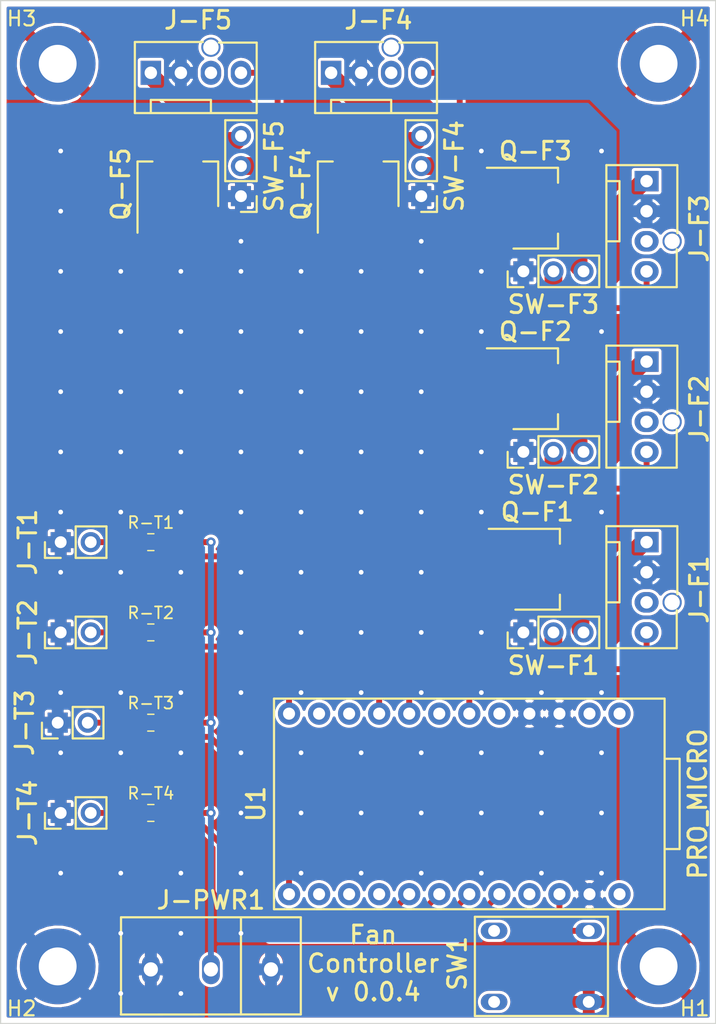
<source format=kicad_pcb>
(kicad_pcb (version 20171130) (host pcbnew "(5.1.2)-2")
  (layers (0 F.Cu signal) (31 B.Cu signal) (34 B.Paste user hide) (35 F.Paste user hide) (36 B.SilkS user) (37 F.SilkS user) (38 B.Mask user hide) (39 F.Mask user hide) (44 Edge.Cuts user))
  (net 0 "")
  (net 1 GND)
  (net 2 /12V)
  (net 3 /RESET)
  (net 4 /F1-5V)
  (net 5 /F2-5V)
  (net 6 /F3-5V)
  (net 7 /F4-5V)
  (net 8 /F5-5V)
  (net 9 /F1-GND)
  (net 10 /F2-GND)
  (net 11 /F3-GND)
  (net 12 /F4-GND)
  (net 13 /F5-GND)
  (net 14 /F1-12V)
  (net 15 /F2-12V)
  (net 16 /F3-12V)
  (net 17 /F4-12V)
  (net 18 /F5-12V)
  (net 19 /T1)
  (net 20 /T2)
  (net 21 /T3)
  (net 22 /T4)
  (net 23 /5V)
  (module footprints:Molex-Screw (layer F.Cu) (at 121.92 152.908 180)
    (fp_text reference J-PWR1 (at 0 5.842) (layer F.SilkS) (effects (font (size 1.5 1.5) (thickness 0.25))))
    (fp_text value Conn_01x03_Male)
    (pad 3 thru_hole oval (at 5.08 0 180) (size 1.5 2.5) (drill 1.2) (layers *.Cu *.Mask) (net 1 GND))
    (pad 2 thru_hole oval (at 0 0 180) (size 1.5 2.5) (drill 1.2) (layers *.Cu *.Mask) (net 23 /5V))
    (pad 1 thru_hole oval (at -5.08 0 180) (size 1.5 2.5) (drill 1.2) (layers *.Cu *.Mask) (net 2 /12V))
  )
  (module footprints:FanPinHeader_1x04_P2.54mm_Vertical (layer F.Cu) (at 158.75 86.36 270)
    (fp_text reference J-F3 (at 4 -4.445 90) (layer F.SilkS) (effects (font (size 1.5 1.5) (thickness 0.25))))
    (fp_text value Conn_01x04_Male)
    (pad "" thru_hole circle (at 5.08 -2.16) (size 1.625 1.625) (drill 1.3) (layers *.Cu *.Mask))
    (pad 4 thru_hole oval (at 7.62 0) (size 2.03 1.73) (drill 1.05) (layers *.Cu *.Mask) (net 6 /F3-5V))
    (pad 3 thru_hole oval (at 5.08 0) (size 2.03 1.73) (drill 1.05) (layers *.Cu *.Mask))
    (pad 2 thru_hole oval (at 2.54 0) (size 2.03 1.73) (drill 1.05) (layers *.Cu *.Mask) (net 2 /12V))
    (pad 1 thru_hole rect (at 0 0) (size 2.03 1.73) (drill 1.05) (layers *.Cu *.Mask) (net 11 /F3-GND))
  )
  (module Resistor_SMD:R_0805_2012Metric_Pad1.15x1.40mm_HandSolder (layer F.Cu) (at 116.84 139.7)
    (fp_text reference R-T4 (at 0 -1.65) (layer F.SilkS))
    (fp_text value R)
    (pad 2 smd roundrect (at 1.025 0) (size 1.15 1.4) (layers F.Cu F.Paste F.Mask) (roundrect_rratio 0.217391) (net 23 /5V))
    (pad 1 smd roundrect (at -1.025 0) (size 1.15 1.4) (layers F.Cu F.Paste F.Mask) (roundrect_rratio 0.217391) (net 22 /T4))
  )
  (module Resistor_SMD:R_0805_2012Metric_Pad1.15x1.40mm_HandSolder (layer F.Cu) (at 116.84 132.08)
    (fp_text reference R-T3 (at 0 -1.65) (layer F.SilkS))
    (fp_text value R)
    (pad 2 smd roundrect (at 1.025 0) (size 1.15 1.4) (layers F.Cu F.Paste F.Mask) (roundrect_rratio 0.217391) (net 23 /5V))
    (pad 1 smd roundrect (at -1.025 0) (size 1.15 1.4) (layers F.Cu F.Paste F.Mask) (roundrect_rratio 0.217391) (net 21 /T3))
  )
  (module Resistor_SMD:R_0805_2012Metric_Pad1.15x1.40mm_HandSolder (layer F.Cu) (at 116.84 124.46)
    (fp_text reference R-T2 (at 0 -1.65) (layer F.SilkS))
    (fp_text value R)
    (pad 2 smd roundrect (at 1.025 0) (size 1.15 1.4) (layers F.Cu F.Paste F.Mask) (roundrect_rratio 0.217391) (net 23 /5V))
    (pad 1 smd roundrect (at -1.025 0) (size 1.15 1.4) (layers F.Cu F.Paste F.Mask) (roundrect_rratio 0.217391) (net 20 /T2))
  )
  (module Resistor_SMD:R_0805_2012Metric_Pad1.15x1.40mm_HandSolder (layer F.Cu) (at 116.84 116.84)
    (fp_text reference R-T1 (at 0 -1.65) (layer F.SilkS))
    (fp_text value R)
    (pad 2 smd roundrect (at 1.025 0) (size 1.15 1.4) (layers F.Cu F.Paste F.Mask) (roundrect_rratio 0.217391) (net 23 /5V))
    (pad 1 smd roundrect (at -1.025 0) (size 1.15 1.4) (layers F.Cu F.Paste F.Mask) (roundrect_rratio 0.217391) (net 19 /T1))
  )
  (module footprints:PinHeader_1x02_P2.54mm_Vertical (layer F.Cu) (at 109.22 139.7 90)
    (fp_text reference J-T4 (at 0 -2.794 90) (layer F.SilkS) (effects (font (size 1.5 1.5) (thickness 0.25))))
    (fp_text value Conn_01x02_Male)
    (pad 2 thru_hole oval (at 0 2.54 90) (size 1.7 1.7) (drill 1) (layers *.Cu *.Mask) (net 22 /T4))
    (pad 1 thru_hole rect (at 0 0 90) (size 1.7 1.7) (drill 1) (layers *.Cu *.Mask) (net 1 GND))
  )
  (module footprints:PinHeader_1x02_P2.54mm_Vertical (layer F.Cu) (at 108.966 132.08 90)
    (fp_text reference J-T3 (at 0 -2.794 90) (layer F.SilkS) (effects (font (size 1.5 1.5) (thickness 0.25))))
    (fp_text value Conn_01x02_Male)
    (pad 2 thru_hole oval (at 0 2.54 90) (size 1.7 1.7) (drill 1) (layers *.Cu *.Mask) (net 21 /T3))
    (pad 1 thru_hole rect (at 0 0 90) (size 1.7 1.7) (drill 1) (layers *.Cu *.Mask) (net 1 GND))
  )
  (module footprints:PinHeader_1x02_P2.54mm_Vertical (layer F.Cu) (at 109.22 124.46 90)
    (fp_text reference J-T2 (at 0 -2.794 90) (layer F.SilkS) (effects (font (size 1.5 1.5) (thickness 0.25))))
    (fp_text value Conn_01x02_Male)
    (pad 2 thru_hole oval (at 0 2.54 90) (size 1.7 1.7) (drill 1) (layers *.Cu *.Mask) (net 20 /T2))
    (pad 1 thru_hole rect (at 0 0 90) (size 1.7 1.7) (drill 1) (layers *.Cu *.Mask) (net 1 GND))
  )
  (module footprints:PinHeader_1x02_P2.54mm_Vertical (layer F.Cu) (at 109.22 116.84 90)
    (fp_text reference J-T1 (at 0 -2.794 90) (layer F.SilkS) (effects (font (size 1.5 1.5) (thickness 0.25))))
    (fp_text value Conn_01x02_Male)
    (pad 2 thru_hole oval (at 0 2.54 90) (size 1.7 1.7) (drill 1) (layers *.Cu *.Mask) (net 19 /T1))
    (pad 1 thru_hole rect (at 0 0 90) (size 1.7 1.7) (drill 1) (layers *.Cu *.Mask) (net 1 GND))
  )
  (module Boards:SPARKFUN_PRO_MICRO (layer F.Cu) (at 143.764 138.938 270)
    (fp_text reference U1 (at 0 18.034 270) (layer F.SilkS) (effects (font (size 1.5 1.5) (thickness 0.25))))
    (fp_text value PRO_MICRO (at 0 -19.304 90) (layer F.SilkS) (effects (font (size 1.5 1.5) (thickness 0.25))))
    (pad 1 thru_hole circle (at -7.62 -12.7 270) (size 1.8796 1.8796) (drill 1.016) (layers *.Cu *.Mask))
    (pad 2 thru_hole circle (at -7.62 -10.16 270) (size 1.8796 1.8796) (drill 1.016) (layers *.Cu *.Mask))
    (pad 3 thru_hole circle (at -7.62 -7.62 270) (size 1.8796 1.8796) (drill 1.016) (layers *.Cu *.Mask) (net 1 GND))
    (pad 4 thru_hole circle (at -7.62 -5.08 270) (size 1.8796 1.8796) (drill 1.016) (layers *.Cu *.Mask) (net 1 GND))
    (pad 5 thru_hole circle (at -7.62 -2.54 270) (size 1.8796 1.8796) (drill 1.016) (layers *.Cu *.Mask))
    (pad 6 thru_hole circle (at -7.62 0 270) (size 1.8796 1.8796) (drill 1.016) (layers *.Cu *.Mask) (net 4 /F1-5V))
    (pad 7 thru_hole circle (at -7.62 2.54 270) (size 1.8796 1.8796) (drill 1.016) (layers *.Cu *.Mask))
    (pad 8 thru_hole circle (at -7.62 5.08 270) (size 1.8796 1.8796) (drill 1.016) (layers *.Cu *.Mask) (net 5 /F2-5V))
    (pad 9 thru_hole circle (at -7.62 7.62 270) (size 1.8796 1.8796) (drill 1.016) (layers *.Cu *.Mask) (net 6 /F3-5V))
    (pad 10 thru_hole circle (at -7.62 10.16 270) (size 1.8796 1.8796) (drill 1.016) (layers *.Cu *.Mask))
    (pad 11 thru_hole circle (at -7.62 12.7 270) (size 1.8796 1.8796) (drill 1.016) (layers *.Cu *.Mask))
    (pad 12 thru_hole circle (at -7.62 15.24 270) (size 1.8796 1.8796) (drill 1.016) (layers *.Cu *.Mask) (net 7 /F4-5V))
    (pad 13 thru_hole circle (at 7.62 15.24 270) (size 1.8796 1.8796) (drill 1.016) (layers *.Cu *.Mask) (net 8 /F5-5V))
    (pad 14 thru_hole circle (at 7.62 12.7 270) (size 1.8796 1.8796) (drill 1.016) (layers *.Cu *.Mask))
    (pad 15 thru_hole circle (at 7.62 10.16 270) (size 1.8796 1.8796) (drill 1.016) (layers *.Cu *.Mask))
    (pad 16 thru_hole circle (at 7.62 7.62 270) (size 1.8796 1.8796) (drill 1.016) (layers *.Cu *.Mask))
    (pad 17 thru_hole circle (at 7.62 5.08 270) (size 1.8796 1.8796) (drill 1.016) (layers *.Cu *.Mask) (net 19 /T1))
    (pad 18 thru_hole circle (at 7.62 2.54 270) (size 1.8796 1.8796) (drill 1.016) (layers *.Cu *.Mask) (net 20 /T2))
    (pad 19 thru_hole circle (at 7.62 0 270) (size 1.8796 1.8796) (drill 1.016) (layers *.Cu *.Mask) (net 21 /T3))
    (pad 20 thru_hole circle (at 7.62 -2.54 270) (size 1.8796 1.8796) (drill 1.016) (layers *.Cu *.Mask) (net 22 /T4))
    (pad 21 thru_hole circle (at 7.62 -5.08 270) (size 1.8796 1.8796) (drill 1.016) (layers *.Cu *.Mask))
    (pad 22 thru_hole circle (at 7.62 -7.62 270) (size 1.8796 1.8796) (drill 1.016) (layers *.Cu *.Mask) (net 3 /RESET))
    (pad 23 thru_hole circle (at 7.62 -10.16 270) (size 1.8796 1.8796) (drill 1.016) (layers *.Cu *.Mask) (net 1 GND))
    (pad 24 thru_hole circle (at 7.62 -12.7 270) (size 1.8796 1.8796) (drill 1.016) (layers *.Cu *.Mask))
  )
  (module footprints:PinHeader_1x03_P2.54mm_Vertical (layer F.Cu) (at 124.46 87.63 180)
    (fp_text reference SW-F5 (at -2.794 2.54 90) (layer F.SilkS) (effects (font (size 1.5 1.5) (thickness 0.25))))
    (fp_text value SW_SPDT)
    (pad 3 thru_hole oval (at 0 5.08 180) (size 1.7 1.7) (drill 1) (layers *.Cu *.Mask) (net 18 /F5-12V))
    (pad 2 thru_hole oval (at 0 2.54 180) (size 1.7 1.7) (drill 1) (layers *.Cu *.Mask) (net 13 /F5-GND))
    (pad 1 thru_hole rect (at 0 0 180) (size 1.7 1.7) (drill 1) (layers *.Cu *.Mask) (net 1 GND))
  )
  (module footprints:PinHeader_1x03_P2.54mm_Vertical (layer F.Cu) (at 139.7 87.63 180)
    (fp_text reference SW-F4 (at -2.794 2.54 90) (layer F.SilkS) (effects (font (size 1.5 1.5) (thickness 0.25))))
    (fp_text value SW_SPDT)
    (pad 3 thru_hole oval (at 0 5.08 180) (size 1.7 1.7) (drill 1) (layers *.Cu *.Mask) (net 17 /F4-12V))
    (pad 2 thru_hole oval (at 0 2.54 180) (size 1.7 1.7) (drill 1) (layers *.Cu *.Mask) (net 12 /F4-GND))
    (pad 1 thru_hole rect (at 0 0 180) (size 1.7 1.7) (drill 1) (layers *.Cu *.Mask) (net 1 GND))
  )
  (module footprints:PinHeader_1x03_P2.54mm_Vertical (layer F.Cu) (at 148.336 93.98 90)
    (fp_text reference SW-F3 (at -2.794 2.54 180) (layer F.SilkS) (effects (font (size 1.5 1.5) (thickness 0.25))))
    (fp_text value SW_SPDT)
    (pad 3 thru_hole oval (at 0 5.08 90) (size 1.7 1.7) (drill 1) (layers *.Cu *.Mask) (net 16 /F3-12V))
    (pad 2 thru_hole oval (at 0 2.54 90) (size 1.7 1.7) (drill 1) (layers *.Cu *.Mask) (net 11 /F3-GND))
    (pad 1 thru_hole rect (at 0 0 90) (size 1.7 1.7) (drill 1) (layers *.Cu *.Mask) (net 1 GND))
  )
  (module footprints:PinHeader_1x03_P2.54mm_Vertical (layer F.Cu) (at 148.336 109.22 90)
    (fp_text reference SW-F2 (at -2.794 2.54 180) (layer F.SilkS) (effects (font (size 1.5 1.5) (thickness 0.25))))
    (fp_text value SW_SPDT)
    (pad 3 thru_hole oval (at 0 5.08 90) (size 1.7 1.7) (drill 1) (layers *.Cu *.Mask) (net 15 /F2-12V))
    (pad 2 thru_hole oval (at 0 2.54 90) (size 1.7 1.7) (drill 1) (layers *.Cu *.Mask) (net 10 /F2-GND))
    (pad 1 thru_hole rect (at 0 0 90) (size 1.7 1.7) (drill 1) (layers *.Cu *.Mask) (net 1 GND))
  )
  (module footprints:PinHeader_1x03_P2.54mm_Vertical (layer F.Cu) (at 148.336 124.46 90)
    (fp_text reference SW-F1 (at -2.794 2.54 180) (layer F.SilkS) (effects (font (size 1.5 1.5) (thickness 0.25))))
    (fp_text value SW_SPDT)
    (pad 3 thru_hole oval (at 0 5.08 90) (size 1.7 1.7) (drill 1) (layers *.Cu *.Mask) (net 14 /F1-12V))
    (pad 2 thru_hole oval (at 0 2.54 90) (size 1.7 1.7) (drill 1) (layers *.Cu *.Mask) (net 9 /F1-GND))
    (pad 1 thru_hole rect (at 0 0 90) (size 1.7 1.7) (drill 1) (layers *.Cu *.Mask) (net 1 GND))
  )
  (module footprints:ESE-20C423 (layer F.Cu) (at 149.86 152.654 270)
    (fp_text reference SW1 (at -0.254 7.112 90) (layer F.SilkS) (effects (font (size 1.5 1.5) (thickness 0.25))))
    (fp_text value SW_Push)
    (pad 2 thru_hole oval (at 3 4 270) (size 1.375 2.25) (drill 1) (layers *.Cu *.Mask))
    (pad 3 thru_hole oval (at 3 -4 270) (size 1.375 2.25) (drill 1) (layers *.Cu *.Mask) (net 1 GND))
    (pad 1 thru_hole oval (at -3 4 270) (size 1.375 2.25) (drill 1) (layers *.Cu *.Mask))
    (pad 4 thru_hole oval (at -3 -4 270) (size 1.375 2.25) (drill 1) (layers *.Cu *.Mask) (net 3 /RESET))
  )
  (module footprints:FanPinHeader_1x04_P2.54mm_Vertical (layer F.Cu) (at 116.84 77.216)
    (fp_text reference J-F5 (at 4 -4.445) (layer F.SilkS) (effects (font (size 1.5 1.5) (thickness 0.25))))
    (fp_text value Conn_01x04_Male)
    (pad "" thru_hole circle (at 5.08 -2.16 90) (size 1.625 1.625) (drill 1.3) (layers *.Cu *.Mask))
    (pad 4 thru_hole oval (at 7.62 0 90) (size 2.03 1.73) (drill 1.05) (layers *.Cu *.Mask) (net 8 /F5-5V))
    (pad 3 thru_hole oval (at 5.08 0 90) (size 2.03 1.73) (drill 1.05) (layers *.Cu *.Mask))
    (pad 2 thru_hole oval (at 2.54 0 90) (size 2.03 1.73) (drill 1.05) (layers *.Cu *.Mask) (net 2 /12V))
    (pad 1 thru_hole rect (at 0 0 90) (size 2.03 1.73) (drill 1.05) (layers *.Cu *.Mask) (net 13 /F5-GND))
  )
  (module footprints:FanPinHeader_1x04_P2.54mm_Vertical (layer F.Cu) (at 132.08 77.216)
    (fp_text reference J-F4 (at 4 -4.445) (layer F.SilkS) (effects (font (size 1.5 1.5) (thickness 0.25))))
    (fp_text value Conn_01x04_Male)
    (pad "" thru_hole circle (at 5.08 -2.16 90) (size 1.625 1.625) (drill 1.3) (layers *.Cu *.Mask))
    (pad 4 thru_hole oval (at 7.62 0 90) (size 2.03 1.73) (drill 1.05) (layers *.Cu *.Mask) (net 7 /F4-5V))
    (pad 3 thru_hole oval (at 5.08 0 90) (size 2.03 1.73) (drill 1.05) (layers *.Cu *.Mask))
    (pad 2 thru_hole oval (at 2.54 0 90) (size 2.03 1.73) (drill 1.05) (layers *.Cu *.Mask) (net 2 /12V))
    (pad 1 thru_hole rect (at 0 0 90) (size 2.03 1.73) (drill 1.05) (layers *.Cu *.Mask) (net 12 /F4-GND))
  )
  (module footprints:FanPinHeader_1x04_P2.54mm_Vertical (layer F.Cu) (at 158.75 101.6 270)
    (fp_text reference J-F2 (at 4 -4.445 90) (layer F.SilkS) (effects (font (size 1.5 1.5) (thickness 0.25))))
    (fp_text value Conn_01x04_Male)
    (pad "" thru_hole circle (at 5.08 -2.16) (size 1.625 1.625) (drill 1.3) (layers *.Cu *.Mask))
    (pad 4 thru_hole oval (at 7.62 0) (size 2.03 1.73) (drill 1.05) (layers *.Cu *.Mask) (net 5 /F2-5V))
    (pad 3 thru_hole oval (at 5.08 0) (size 2.03 1.73) (drill 1.05) (layers *.Cu *.Mask))
    (pad 2 thru_hole oval (at 2.54 0) (size 2.03 1.73) (drill 1.05) (layers *.Cu *.Mask) (net 2 /12V))
    (pad 1 thru_hole rect (at 0 0) (size 2.03 1.73) (drill 1.05) (layers *.Cu *.Mask) (net 10 /F2-GND))
  )
  (module footprints:FanPinHeader_1x04_P2.54mm_Vertical (layer F.Cu) (at 158.75 116.84 270)
    (fp_text reference J-F1 (at 4 -4.445 90) (layer F.SilkS) (effects (font (size 1.5 1.5) (thickness 0.25))))
    (fp_text value Conn_01x04_Male)
    (pad "" thru_hole circle (at 5.08 -2.16) (size 1.625 1.625) (drill 1.3) (layers *.Cu *.Mask))
    (pad 4 thru_hole oval (at 7.62 0) (size 2.03 1.73) (drill 1.05) (layers *.Cu *.Mask) (net 4 /F1-5V))
    (pad 3 thru_hole oval (at 5.08 0) (size 2.03 1.73) (drill 1.05) (layers *.Cu *.Mask))
    (pad 2 thru_hole oval (at 2.54 0) (size 2.03 1.73) (drill 1.05) (layers *.Cu *.Mask) (net 2 /12V))
    (pad 1 thru_hole rect (at 0 0) (size 2.03 1.73) (drill 1.05) (layers *.Cu *.Mask) (net 9 /F1-GND))
  )
  (module footprints:SOT-223 (layer F.Cu) (at 149.512 119.126)
    (fp_text reference Q-F1 (at 0 -4.826) (layer F.SilkS) (effects (font (size 1.5 1.5) (thickness 0.25))))
    (fp_text value Q_NMOS_GDSD)
    (pad 1 smd rect (at -3.65 -2.3) (size 3 1.5) (layers F.Cu F.Paste F.Mask) (net 4 /F1-5V))
    (pad 3 smd rect (at -3.65 2.3) (size 3 1.5) (layers F.Cu F.Paste F.Mask) (net 1 GND))
    (pad 2 smd rect (at -3.65 0) (size 3 1.5) (layers F.Cu F.Paste F.Mask) (net 14 /F1-12V))
    (pad 4 smd rect (at 3.65 0) (size 3 3.8) (layers F.Cu F.Paste F.Mask) (net 14 /F1-12V))
  )
  (module footprints:SOT-223 (layer F.Cu) (at 149.352 103.886)
    (fp_text reference Q-F2 (at 0 -4.826) (layer F.SilkS) (effects (font (size 1.5 1.5) (thickness 0.25))))
    (fp_text value Q_NMOS_GDSD)
    (pad 1 smd rect (at -3.65 -2.3) (size 3 1.5) (layers F.Cu F.Paste F.Mask) (net 5 /F2-5V))
    (pad 3 smd rect (at -3.65 2.3) (size 3 1.5) (layers F.Cu F.Paste F.Mask) (net 1 GND))
    (pad 2 smd rect (at -3.65 0) (size 3 1.5) (layers F.Cu F.Paste F.Mask) (net 15 /F2-12V))
    (pad 4 smd rect (at 3.65 0) (size 3 3.8) (layers F.Cu F.Paste F.Mask) (net 15 /F2-12V))
  )
  (module footprints:SOT-223 (layer F.Cu) (at 119.126 86.614 90)
    (fp_text reference Q-F5 (at 0 -4.826 90) (layer F.SilkS) (effects (font (size 1.5 1.5) (thickness 0.25))))
    (fp_text value Q_NMOS_GDSD)
    (pad 1 smd rect (at -3.65 -2.3 90) (size 3 1.5) (layers F.Cu F.Paste F.Mask) (net 8 /F5-5V))
    (pad 3 smd rect (at -3.65 2.3 90) (size 3 1.5) (layers F.Cu F.Paste F.Mask) (net 1 GND))
    (pad 2 smd rect (at -3.65 0 90) (size 3 1.5) (layers F.Cu F.Paste F.Mask) (net 18 /F5-12V))
    (pad 4 smd rect (at 3.65 0 90) (size 3 3.8) (layers F.Cu F.Paste F.Mask) (net 18 /F5-12V))
  )
  (module footprints:SOT-223 (layer F.Cu) (at 149.352 88.646)
    (fp_text reference Q-F3 (at 0 -4.826) (layer F.SilkS) (effects (font (size 1.5 1.5) (thickness 0.25))))
    (fp_text value Q_NMOS_GDSD)
    (pad 1 smd rect (at -3.65 -2.3) (size 3 1.5) (layers F.Cu F.Paste F.Mask) (net 6 /F3-5V))
    (pad 3 smd rect (at -3.65 2.3) (size 3 1.5) (layers F.Cu F.Paste F.Mask) (net 1 GND))
    (pad 2 smd rect (at -3.65 0) (size 3 1.5) (layers F.Cu F.Paste F.Mask) (net 16 /F3-12V))
    (pad 4 smd rect (at 3.65 0) (size 3 3.8) (layers F.Cu F.Paste F.Mask) (net 16 /F3-12V))
  )
  (module footprints:SOT-223 (layer F.Cu) (at 134.366 86.614 90)
    (fp_text reference Q-F4 (at 0 -4.826 90) (layer F.SilkS) (effects (font (size 1.5 1.5) (thickness 0.25))))
    (fp_text value Q_NMOS_GDSD)
    (pad 1 smd rect (at -3.65 -2.3 90) (size 3 1.5) (layers F.Cu F.Paste F.Mask) (net 7 /F4-5V))
    (pad 3 smd rect (at -3.65 2.3 90) (size 3 1.5) (layers F.Cu F.Paste F.Mask) (net 1 GND))
    (pad 2 smd rect (at -3.65 0 90) (size 3 1.5) (layers F.Cu F.Paste F.Mask) (net 17 /F4-12V))
    (pad 4 smd rect (at 3.65 0 90) (size 3 3.8) (layers F.Cu F.Paste F.Mask) (net 17 /F4-12V))
  )
  (module footprints:MountingHole_3.2mm_M3_Pad (layer F.Cu) (at 159.766 76.454)
    (fp_text reference H4 (at 3.048 -3.81) (layer F.SilkS) (effects (font (size 1.25 1.25) (thickness 0.1875))))
    (fp_text value MountingHole)
    (pad 1 thru_hole circle (at 0 0) (size 6.4 6.4) (drill 3.2) (layers *.Cu *.Mask) (net 1 GND))
  )
  (module footprints:MountingHole_3.2mm_M3_Pad (layer F.Cu) (at 108.966 76.454)
    (fp_text reference H3 (at -3.048 -3.81) (layer F.SilkS) (effects (font (size 1.25 1.25) (thickness 0.1875))))
    (fp_text value MountingHole)
    (pad 1 thru_hole circle (at 0 0) (size 6.4 6.4) (drill 3.2) (layers *.Cu *.Mask) (net 1 GND))
  )
  (module footprints:MountingHole_3.2mm_M3_Pad (layer F.Cu) (at 108.966 152.654)
    (fp_text reference H2 (at -3.048 3.556) (layer F.SilkS) (effects (font (size 1.25 1.25) (thickness 0.1875))))
    (fp_text value MountingHole)
    (pad 1 thru_hole circle (at 0 0) (size 6.4 6.4) (drill 3.2) (layers *.Cu *.Mask) (net 1 GND))
  )
  (module footprints:MountingHole_3.2mm_M3_Pad (layer F.Cu) (at 159.766 152.654)
    (fp_text reference H1 (at 3.048 3.556) (layer F.SilkS) (effects (font (size 1.25 1.25) (thickness 0.1875))))
    (fp_text value MountingHole)
    (pad 1 thru_hole circle (at 0 0) (size 6.4 6.4) (drill 3.2) (layers *.Cu *.Mask) (net 1 GND))
  )
  (gr_text "Fan\nController\nv 0.0.4" (at 135.636 152.4) (layer F.SilkS) (effects (font (size 1.5 1.5) (thickness 0.25))))
  (gr_line (start 104.14 71.12) (end 164.592 71.12) (layer Edge.Cuts) (width 0.1))
  (gr_line (start 104.14 157.48) (end 104.14 71.12) (layer Edge.Cuts) (width 0.1))
  (gr_line (start 164.592 157.48) (end 104.14 157.48) (layer Edge.Cuts) (width 0.1))
  (gr_line (start 164.592 71.12) (end 164.592 157.48) (layer Edge.Cuts) (width 0.1))
  (via (at 144.78 93.98) (size 0.8) (drill 0.4) (layers F.Cu B.Cu) (net 1))
  (via (at 144.78 109.22) (size 0.8) (drill 0.4) (layers F.Cu B.Cu) (net 1))
  (via (at 124.46 91.44) (size 0.8) (drill 0.4) (layers F.Cu B.Cu) (net 1))
  (via (at 139.7 91.44) (size 0.8) (drill 0.4) (layers F.Cu B.Cu) (net 1))
  (via (at 144.78 124.46) (size 0.8) (drill 0.4) (layers F.Cu B.Cu) (net 1))
  (via (at 139.7 124.46) (size 0.8) (drill 0.4) (layers F.Cu B.Cu) (net 1))
  (via (at 134.62 124.46) (size 0.8) (drill 0.4) (layers F.Cu B.Cu) (net 1))
  (via (at 129.54 124.46) (size 0.8) (drill 0.4) (layers F.Cu B.Cu) (net 1))
  (via (at 124.46 124.46) (size 0.8) (drill 0.4) (layers F.Cu B.Cu) (net 1))
  (via (at 124.46 129.54) (size 0.8) (drill 0.4) (layers F.Cu B.Cu) (net 1))
  (via (at 129.54 129.54) (size 0.8) (drill 0.4) (layers F.Cu B.Cu) (net 1))
  (via (at 134.62 129.54) (size 0.8) (drill 0.4) (layers F.Cu B.Cu) (net 1))
  (via (at 139.7 129.54) (size 0.8) (drill 0.4) (layers F.Cu B.Cu) (net 1))
  (via (at 144.78 129.54) (size 0.8) (drill 0.4) (layers F.Cu B.Cu) (net 1))
  (via (at 149.86 129.54) (size 0.8) (drill 0.4) (layers F.Cu B.Cu) (net 1))
  (via (at 154.94 129.54) (size 0.8) (drill 0.4) (layers F.Cu B.Cu) (net 1))
  (via (at 154.94 134.62) (size 0.8) (drill 0.4) (layers F.Cu B.Cu) (net 1))
  (via (at 154.94 139.7) (size 0.8) (drill 0.4) (layers F.Cu B.Cu) (net 1))
  (via (at 154.94 144.78) (size 0.8) (drill 0.4) (layers F.Cu B.Cu) (net 1))
  (via (at 149.86 144.78) (size 0.8) (drill 0.4) (layers F.Cu B.Cu) (net 1))
  (via (at 144.78 144.78) (size 0.8) (drill 0.4) (layers F.Cu B.Cu) (net 1))
  (via (at 139.7 144.78) (size 0.8) (drill 0.4) (layers F.Cu B.Cu) (net 1))
  (via (at 134.62 144.78) (size 0.8) (drill 0.4) (layers F.Cu B.Cu) (net 1))
  (via (at 129.54 144.78) (size 0.8) (drill 0.4) (layers F.Cu B.Cu) (net 1))
  (via (at 129.54 139.7) (size 0.8) (drill 0.4) (layers F.Cu B.Cu) (net 1))
  (via (at 129.54 134.62) (size 0.8) (drill 0.4) (layers F.Cu B.Cu) (net 1))
  (via (at 134.62 134.62) (size 0.8) (drill 0.4) (layers F.Cu B.Cu) (net 1))
  (via (at 139.7 134.62) (size 0.8) (drill 0.4) (layers F.Cu B.Cu) (net 1))
  (via (at 144.78 134.62) (size 0.8) (drill 0.4) (layers F.Cu B.Cu) (net 1))
  (via (at 149.86 134.62) (size 0.8) (drill 0.4) (layers F.Cu B.Cu) (net 1))
  (via (at 149.86 139.7) (size 0.8) (drill 0.4) (layers F.Cu B.Cu) (net 1))
  (via (at 144.78 139.7) (size 0.8) (drill 0.4) (layers F.Cu B.Cu) (net 1))
  (via (at 139.7 139.7) (size 0.8) (drill 0.4) (layers F.Cu B.Cu) (net 1))
  (via (at 134.62 139.7) (size 0.8) (drill 0.4) (layers F.Cu B.Cu) (net 1))
  (via (at 124.46 134.62) (size 0.8) (drill 0.4) (layers F.Cu B.Cu) (net 1))
  (via (at 124.46 139.7) (size 0.8) (drill 0.4) (layers F.Cu B.Cu) (net 1))
  (via (at 124.46 144.78) (size 0.8) (drill 0.4) (layers F.Cu B.Cu) (net 1))
  (via (at 124.46 149.86) (size 0.8) (drill 0.4) (layers F.Cu B.Cu) (net 1))
  (via (at 119.38 144.78) (size 0.8) (drill 0.4) (layers F.Cu B.Cu) (net 1))
  (via (at 114.3 144.78) (size 0.8) (drill 0.4) (layers F.Cu B.Cu) (net 1))
  (via (at 109.22 144.78) (size 0.8) (drill 0.4) (layers F.Cu B.Cu) (net 1))
  (via (at 114.3 149.86) (size 0.8) (drill 0.4) (layers F.Cu B.Cu) (net 1))
  (via (at 109.22 93.98) (size 0.8) (drill 0.4) (layers F.Cu B.Cu) (net 1))
  (via (at 114.3 93.98) (size 0.8) (drill 0.4) (layers F.Cu B.Cu) (net 1))
  (via (at 124.46 119.38) (size 0.8) (drill 0.4) (layers F.Cu B.Cu) (net 1))
  (via (at 129.54 119.38) (size 0.8) (drill 0.4) (layers F.Cu B.Cu) (net 1))
  (via (at 134.62 119.38) (size 0.8) (drill 0.4) (layers F.Cu B.Cu) (net 1))
  (via (at 139.7 119.38) (size 0.8) (drill 0.4) (layers F.Cu B.Cu) (net 1))
  (via (at 139.7 114.3) (size 0.8) (drill 0.4) (layers F.Cu B.Cu) (net 1))
  (via (at 139.7 109.22) (size 0.8) (drill 0.4) (layers F.Cu B.Cu) (net 1))
  (via (at 139.7 104.14) (size 0.8) (drill 0.4) (layers F.Cu B.Cu) (net 1))
  (via (at 139.7 99.06) (size 0.8) (drill 0.4) (layers F.Cu B.Cu) (net 1))
  (via (at 139.7 93.98) (size 0.8) (drill 0.4) (layers F.Cu B.Cu) (net 1))
  (via (at 144.78 99.06) (size 0.8) (drill 0.4) (layers F.Cu B.Cu) (net 1))
  (via (at 144.78 114.3) (size 0.8) (drill 0.4) (layers F.Cu B.Cu) (net 1))
  (via (at 134.62 114.3) (size 0.8) (drill 0.4) (layers F.Cu B.Cu) (net 1))
  (via (at 129.54 114.3) (size 0.8) (drill 0.4) (layers F.Cu B.Cu) (net 1))
  (via (at 124.46 114.3) (size 0.8) (drill 0.4) (layers F.Cu B.Cu) (net 1))
  (via (at 119.38 93.98) (size 0.8) (drill 0.4) (layers F.Cu B.Cu) (net 1))
  (via (at 124.46 93.98) (size 0.8) (drill 0.4) (layers F.Cu B.Cu) (net 1))
  (via (at 129.54 93.98) (size 0.8) (drill 0.4) (layers F.Cu B.Cu) (net 1))
  (via (at 134.62 93.98) (size 0.8) (drill 0.4) (layers F.Cu B.Cu) (net 1))
  (via (at 134.62 99.06) (size 0.8) (drill 0.4) (layers F.Cu B.Cu) (net 1))
  (via (at 134.62 104.14) (size 0.8) (drill 0.4) (layers F.Cu B.Cu) (net 1))
  (via (at 134.62 109.22) (size 0.8) (drill 0.4) (layers F.Cu B.Cu) (net 1))
  (via (at 129.54 109.22) (size 0.8) (drill 0.4) (layers F.Cu B.Cu) (net 1))
  (via (at 124.46 109.22) (size 0.8) (drill 0.4) (layers F.Cu B.Cu) (net 1))
  (via (at 124.46 104.14) (size 0.8) (drill 0.4) (layers F.Cu B.Cu) (net 1))
  (via (at 124.46 99.06) (size 0.8) (drill 0.4) (layers F.Cu B.Cu) (net 1))
  (via (at 129.54 99.06) (size 0.8) (drill 0.4) (layers F.Cu B.Cu) (net 1))
  (via (at 129.54 104.14) (size 0.8) (drill 0.4) (layers F.Cu B.Cu) (net 1))
  (via (at 109.22 88.9) (size 0.8) (drill 0.4) (layers F.Cu B.Cu) (net 1))
  (via (at 109.22 83.82) (size 0.8) (drill 0.4) (layers F.Cu B.Cu) (net 1))
  (via (at 144.78 83.82) (size 0.8) (drill 0.4) (layers F.Cu B.Cu) (net 1))
  (via (at 154.94 83.82) (size 0.8) (drill 0.4) (layers F.Cu B.Cu) (net 1))
  (via (at 119.38 99.06) (size 0.8) (drill 0.4) (layers F.Cu B.Cu) (net 1))
  (via (at 114.3 99.06) (size 0.8) (drill 0.4) (layers F.Cu B.Cu) (net 1))
  (via (at 109.22 99.06) (size 0.8) (drill 0.4) (layers F.Cu B.Cu) (net 1))
  (via (at 109.22 104.14) (size 0.8) (drill 0.4) (layers F.Cu B.Cu) (net 1))
  (via (at 114.3 104.14) (size 0.8) (drill 0.4) (layers F.Cu B.Cu) (net 1))
  (via (at 119.38 104.14) (size 0.8) (drill 0.4) (layers F.Cu B.Cu) (net 1))
  (via (at 119.38 109.22) (size 0.8) (drill 0.4) (layers F.Cu B.Cu) (net 1))
  (via (at 114.3 109.22) (size 0.8) (drill 0.4) (layers F.Cu B.Cu) (net 1))
  (via (at 109.22 109.22) (size 0.8) (drill 0.4) (layers F.Cu B.Cu) (net 1))
  (via (at 109.22 114.3) (size 0.8) (drill 0.4) (layers F.Cu B.Cu) (net 1))
  (via (at 114.3 114.3) (size 0.8) (drill 0.4) (layers F.Cu B.Cu) (net 1))
  (via (at 119.38 114.3) (size 0.8) (drill 0.4) (layers F.Cu B.Cu) (net 1))
  (via (at 119.38 119.38) (size 0.8) (drill 0.4) (layers F.Cu B.Cu) (net 1))
  (via (at 114.3 119.38) (size 0.8) (drill 0.4) (layers F.Cu B.Cu) (net 1))
  (via (at 109.22 119.38) (size 0.8) (drill 0.4) (layers F.Cu B.Cu) (net 1))
  (via (at 119.38 129.54) (size 0.8) (drill 0.4) (layers F.Cu B.Cu) (net 1))
  (via (at 119.38 134.62) (size 0.8) (drill 0.4) (layers F.Cu B.Cu) (net 1))
  (via (at 114.3 134.62) (size 0.8) (drill 0.4) (layers F.Cu B.Cu) (net 1))
  (via (at 114.3 129.54) (size 0.8) (drill 0.4) (layers F.Cu B.Cu) (net 1))
  (via (at 109.22 129.54) (size 0.8) (drill 0.4) (layers F.Cu B.Cu) (net 1))
  (via (at 109.22 134.62) (size 0.8) (drill 0.4) (layers F.Cu B.Cu) (net 1))
  (via (at 154.94 99.06) (size 0.8) (drill 0.4) (layers F.Cu B.Cu) (net 1))
  (via (at 154.94 114.3) (size 0.8) (drill 0.4) (layers F.Cu B.Cu) (net 1))
  (via (at 119.38 149.86) (size 0.8) (drill 0.4) (layers F.Cu B.Cu) (net 1))
  (via (at 114.3 154.94) (size 0.8) (drill 0.4) (layers F.Cu B.Cu) (net 1))
  (via (at 119.38 154.94) (size 0.8) (drill 0.4) (layers F.Cu B.Cu) (net 1))
  (segment (start 151.384 147.887077) (end 151.384 146.558) (width 0.5) (layer F.Cu) (net 3))
  (segment (start 151.384 148.803) (end 151.384 147.887077) (width 0.5) (layer F.Cu) (net 3))
  (segment (start 152.235 149.654) (end 151.384 148.803) (width 0.5) (layer F.Cu) (net 3))
  (segment (start 153.86 149.654) (end 152.235 149.654) (width 0.5) (layer F.Cu) (net 3))
  (segment (start 143.862 116.826) (end 145.862 116.826) (width 0.5) (layer F.Cu) (net 4))
  (segment (start 143.861994 124.873995) (end 143.862 116.826) (width 0.5) (layer F.Cu) (net 4))
  (segment (start 157.014989 127.560011) (end 146.548009 127.560011) (width 0.5) (layer F.Cu) (net 4))
  (segment (start 158.75 124.46) (end 158.75 125.825) (width 0.5) (layer F.Cu) (net 4))
  (segment (start 158.75 125.825) (end 157.014989 127.560011) (width 0.5) (layer F.Cu) (net 4))
  (segment (start 146.548009 127.560011) (end 145.129999 126.142001) (width 0.5) (layer F.Cu) (net 4))
  (segment (start 145.129999 126.142001) (end 143.861994 124.873995) (width 0.5) (layer F.Cu) (net 4))
  (segment (start 143.764 131.318) (end 143.764 127.508) (width 0.5) (layer F.Cu) (net 4))
  (segment (start 143.764 127.508) (end 145.129999 126.142001) (width 0.5) (layer F.Cu) (net 4))
  (segment (start 143.702 101.586) (end 145.702 101.586) (width 0.5) (layer F.Cu) (net 5))
  (segment (start 143.701994 109.473995) (end 143.702 101.586) (width 0.5) (layer F.Cu) (net 5))
  (segment (start 146.548009 112.320011) (end 143.701994 109.473995) (width 0.5) (layer F.Cu) (net 5))
  (segment (start 157.014989 112.320011) (end 146.548009 112.320011) (width 0.5) (layer F.Cu) (net 5))
  (segment (start 158.75 109.22) (end 158.75 110.585) (width 0.5) (layer F.Cu) (net 5))
  (segment (start 158.75 110.585) (end 157.014989 112.320011) (width 0.5) (layer F.Cu) (net 5))
  (segment (start 138.684 131.318) (end 138.684 113.983998) (width 0.5) (layer F.Cu) (net 5))
  (segment (start 143.701994 109.473995) (end 141.986005 109.473995) (width 0.5) (layer F.Cu) (net 5))
  (segment (start 138.684 112.776) (end 138.684 113.983998) (width 0.5) (layer F.Cu) (net 5))
  (segment (start 141.986005 109.473995) (end 138.684 112.776) (width 0.5) (layer F.Cu) (net 5))
  (segment (start 144.952 86.346) (end 145.702 86.346) (width 0.5) (layer F.Cu) (net 6))
  (segment (start 143.702 86.346) (end 145.702 86.346) (width 0.5) (layer F.Cu) (net 6))
  (segment (start 143.701994 94.233995) (end 143.702 86.346) (width 0.5) (layer F.Cu) (net 6))
  (segment (start 146.548009 97.080011) (end 143.701994 94.233995) (width 0.5) (layer F.Cu) (net 6))
  (segment (start 157.014989 97.080011) (end 146.548009 97.080011) (width 0.5) (layer F.Cu) (net 6))
  (segment (start 158.75 93.98) (end 158.75 95.345) (width 0.5) (layer F.Cu) (net 6))
  (segment (start 158.75 95.345) (end 157.014989 97.080011) (width 0.5) (layer F.Cu) (net 6))
  (segment (start 136.144 131.318) (end 136.144 101.283998) (width 0.5) (layer F.Cu) (net 6))
  (segment (start 143.701994 94.233995) (end 142.240005 94.233995) (width 0.5) (layer F.Cu) (net 6))
  (segment (start 136.144 100.33) (end 136.144 101.283998) (width 0.5) (layer F.Cu) (net 6))
  (segment (start 142.240005 94.233995) (end 136.144 100.33) (width 0.5) (layer F.Cu) (net 6))
  (segment (start 128.524 131.318) (end 128.524 93.663998) (width 0.5) (layer F.Cu) (net 7))
  (segment (start 141.065 77.216) (end 142.95199 79.10299) (width 0.5) (layer F.Cu) (net 7))
  (segment (start 142.95199 79.10299) (end 142.95199 89.520012) (width 0.5) (layer F.Cu) (net 7))
  (segment (start 139.7 77.216) (end 141.065 77.216) (width 0.5) (layer F.Cu) (net 7))
  (segment (start 142.95199 89.520012) (end 140.016002 92.456) (width 0.5) (layer F.Cu) (net 7))
  (segment (start 132.066 92.442) (end 132.066 90.264) (width 0.5) (layer F.Cu) (net 7))
  (segment (start 128.524 93.663998) (end 129.731998 92.456) (width 0.5) (layer F.Cu) (net 7))
  (segment (start 132.052 92.456) (end 132.066 92.442) (width 0.5) (layer F.Cu) (net 7))
  (segment (start 129.731998 92.456) (end 132.052 92.456) (width 0.5) (layer F.Cu) (net 7))
  (segment (start 140.016002 92.456) (end 132.052 92.456) (width 0.5) (layer F.Cu) (net 7))
  (segment (start 116.826 92.264) (end 116.826 90.264) (width 0.5) (layer F.Cu) (net 8))
  (segment (start 116.902001 92.340001) (end 116.826 92.264) (width 0.5) (layer F.Cu) (net 8))
  (segment (start 127.560011 78.951011) (end 127.560011 89.671991) (width 0.5) (layer F.Cu) (net 8))
  (segment (start 124.892001 92.340001) (end 116.902001 92.340001) (width 0.5) (layer F.Cu) (net 8))
  (segment (start 125.825 77.216) (end 127.560011 78.951011) (width 0.5) (layer F.Cu) (net 8))
  (segment (start 124.46 77.216) (end 125.825 77.216) (width 0.5) (layer F.Cu) (net 8))
  (segment (start 126.396001 90.836001) (end 124.892001 92.340001) (width 0.5) (layer F.Cu) (net 8))
  (segment (start 127.084199 90.147803) (end 127.285001 89.947001) (width 0.5) (layer F.Cu) (net 8))
  (segment (start 128.524 145.228923) (end 127.084199 143.789122) (width 0.5) (layer F.Cu) (net 8))
  (segment (start 128.524 146.558) (end 128.524 145.228923) (width 0.5) (layer F.Cu) (net 8))
  (segment (start 127.560011 89.671991) (end 127.285001 89.947001) (width 0.5) (layer F.Cu) (net 8))
  (segment (start 127.285001 89.947001) (end 126.396001 90.836001) (width 0.5) (layer F.Cu) (net 8))
  (segment (start 127.084199 94.532199) (end 124.892001 92.340001) (width 0.5) (layer F.Cu) (net 8))
  (segment (start 127.084199 143.789122) (end 127.084199 94.532199) (width 0.5) (layer F.Cu) (net 8))
  (segment (start 158.502478 116.84) (end 158.75 116.84) (width 1.5) (layer F.Cu) (net 9))
  (segment (start 156.73499 118.607488) (end 158.502478 116.84) (width 1.5) (layer F.Cu) (net 9))
  (segment (start 156.73499 123.879012) (end 156.73499 118.607488) (width 1.5) (layer F.Cu) (net 9))
  (segment (start 154.304001 126.310001) (end 156.73499 123.879012) (width 1.5) (layer F.Cu) (net 9))
  (segment (start 151.52392 126.310001) (end 154.304001 126.310001) (width 1.5) (layer F.Cu) (net 9))
  (segment (start 150.876 125.662081) (end 151.52392 126.310001) (width 1.5) (layer F.Cu) (net 9))
  (segment (start 150.876 124.46) (end 150.876 125.662081) (width 1.5) (layer F.Cu) (net 9))
  (segment (start 158.502478 101.6) (end 158.75 101.6) (width 1.5) (layer F.Cu) (net 10))
  (segment (start 156.73499 103.367488) (end 158.502478 101.6) (width 1.5) (layer F.Cu) (net 10))
  (segment (start 156.73499 108.639012) (end 156.73499 103.367488) (width 1.5) (layer F.Cu) (net 10))
  (segment (start 154.304001 111.070001) (end 156.73499 108.639012) (width 1.5) (layer F.Cu) (net 10))
  (segment (start 151.52392 111.070001) (end 154.304001 111.070001) (width 1.5) (layer F.Cu) (net 10))
  (segment (start 150.876 110.422081) (end 151.52392 111.070001) (width 1.5) (layer F.Cu) (net 10))
  (segment (start 150.876 109.22) (end 150.876 110.422081) (width 1.5) (layer F.Cu) (net 10))
  (segment (start 158.502478 86.36) (end 158.75 86.36) (width 1.5) (layer F.Cu) (net 11))
  (segment (start 156.73499 88.127488) (end 158.502478 86.36) (width 1.5) (layer F.Cu) (net 11))
  (segment (start 156.73499 93.399012) (end 156.73499 88.127488) (width 1.5) (layer F.Cu) (net 11))
  (segment (start 154.304001 95.830001) (end 156.73499 93.399012) (width 1.5) (layer F.Cu) (net 11))
  (segment (start 151.52392 95.830001) (end 154.304001 95.830001) (width 1.5) (layer F.Cu) (net 11))
  (segment (start 150.876 95.182081) (end 151.52392 95.830001) (width 1.5) (layer F.Cu) (net 11))
  (segment (start 150.876 93.98) (end 150.876 95.182081) (width 1.5) (layer F.Cu) (net 11))
  (segment (start 132.08 77.463522) (end 132.08 77.216) (width 1.5) (layer F.Cu) (net 12))
  (segment (start 133.847488 79.23101) (end 132.08 77.463522) (width 1.5) (layer F.Cu) (net 12))
  (segment (start 139.119012 79.23101) (end 133.847488 79.23101) (width 1.5) (layer F.Cu) (net 12))
  (segment (start 141.550001 81.661999) (end 139.119012 79.23101) (width 1.5) (layer F.Cu) (net 12))
  (segment (start 140.902081 85.09) (end 141.550001 84.44208) (width 1.5) (layer F.Cu) (net 12))
  (segment (start 141.550001 84.44208) (end 141.550001 81.661999) (width 1.5) (layer F.Cu) (net 12))
  (segment (start 139.7 85.09) (end 140.902081 85.09) (width 1.5) (layer F.Cu) (net 12))
  (segment (start 116.84 77.463522) (end 116.84 77.216) (width 1.5) (layer F.Cu) (net 13))
  (segment (start 118.607488 79.23101) (end 116.84 77.463522) (width 1.5) (layer F.Cu) (net 13))
  (segment (start 126.310001 81.661999) (end 123.879012 79.23101) (width 1.5) (layer F.Cu) (net 13))
  (segment (start 126.310001 84.44208) (end 126.310001 81.661999) (width 1.5) (layer F.Cu) (net 13))
  (segment (start 125.662081 85.09) (end 126.310001 84.44208) (width 1.5) (layer F.Cu) (net 13))
  (segment (start 123.879012 79.23101) (end 118.607488 79.23101) (width 1.5) (layer F.Cu) (net 13))
  (segment (start 124.46 85.09) (end 125.662081 85.09) (width 1.5) (layer F.Cu) (net 13))
  (segment (start 153.162 124.206) (end 153.416 124.46) (width 1.5) (layer F.Cu) (net 14))
  (segment (start 153.162 119.126) (end 153.162 124.206) (width 1.5) (layer F.Cu) (net 14))
  (segment (start 145.862 119.126) (end 153.162 119.126) (width 1.5) (layer F.Cu) (net 14))
  (segment (start 145.702 103.886) (end 153.002 103.886) (width 1.5) (layer F.Cu) (net 15))
  (segment (start 153.002 108.806) (end 153.416 109.22) (width 1.5) (layer F.Cu) (net 15))
  (segment (start 153.002 103.886) (end 153.002 108.806) (width 1.5) (layer F.Cu) (net 15))
  (segment (start 145.702 88.646) (end 153.002 88.646) (width 1.5) (layer F.Cu) (net 16))
  (segment (start 153.002 93.566) (end 153.416 93.98) (width 1.5) (layer F.Cu) (net 16))
  (segment (start 153.002 88.646) (end 153.002 93.566) (width 1.5) (layer F.Cu) (net 16))
  (segment (start 139.286 82.964) (end 139.7 82.55) (width 1.5) (layer F.Cu) (net 17))
  (segment (start 134.366 82.964) (end 139.286 82.964) (width 1.5) (layer F.Cu) (net 17))
  (segment (start 134.366 90.264) (end 134.366 82.964) (width 1.5) (layer F.Cu) (net 17))
  (segment (start 119.126 90.264) (end 119.126 82.964) (width 1.5) (layer F.Cu) (net 18))
  (segment (start 124.046 82.964) (end 124.46 82.55) (width 1.5) (layer F.Cu) (net 18))
  (segment (start 119.126 82.964) (end 124.046 82.964) (width 1.5) (layer F.Cu) (net 18))
  (segment (start 111.76 116.84) (end 115.815 116.84) (width 0.5) (layer F.Cu) (net 19))
  (segment (start 137.244199 147.997801) (end 138.684 146.558) (width 0.5) (layer F.Cu) (net 19))
  (segment (start 117.01501 118.04001) (end 124.89801 118.04001) (width 0.5) (layer F.Cu) (net 19))
  (segment (start 115.815 116.84) (end 117.01501 118.04001) (width 0.5) (layer F.Cu) (net 19))
  (segment (start 124.89801 118.04001) (end 126.334189 119.476189) (width 0.5) (layer F.Cu) (net 19))
  (segment (start 126.334189 119.476189) (end 126.334189 146.499095) (width 0.5) (layer F.Cu) (net 19))
  (segment (start 126.334189 146.499095) (end 127.832895 147.997801) (width 0.5) (layer F.Cu) (net 19))
  (segment (start 127.832895 147.997801) (end 137.244199 147.997801) (width 0.5) (layer F.Cu) (net 19))
  (segment (start 111.76 124.46) (end 115.815 124.46) (width 0.5) (layer F.Cu) (net 20))
  (segment (start 140.284201 147.497799) (end 141.224 146.558) (width 0.5) (layer F.Cu) (net 20))
  (segment (start 139.034189 148.747811) (end 140.284201 147.497799) (width 0.5) (layer F.Cu) (net 20))
  (segment (start 117.01501 125.66001) (end 124.13601 125.66001) (width 0.5) (layer F.Cu) (net 20))
  (segment (start 115.815 124.46) (end 117.01501 125.66001) (width 0.5) (layer F.Cu) (net 20))
  (segment (start 124.13601 125.66001) (end 125.58418 127.10818) (width 0.5) (layer F.Cu) (net 20))
  (segment (start 125.58418 127.10818) (end 125.58418 146.80976) (width 0.5) (layer F.Cu) (net 20))
  (segment (start 125.58418 146.80976) (end 127.522231 148.747811) (width 0.5) (layer F.Cu) (net 20))
  (segment (start 127.522231 148.747811) (end 139.034189 148.747811) (width 0.5) (layer F.Cu) (net 20))
  (segment (start 111.506 132.08) (end 115.815 132.08) (width 0.5) (layer F.Cu) (net 21))
  (segment (start 117.01501 133.28001) (end 115.815 132.08) (width 0.5) (layer F.Cu) (net 21))
  (segment (start 143.764 146.558) (end 140.82418 149.49782) (width 0.5) (layer F.Cu) (net 21))
  (segment (start 140.82418 149.49782) (end 127.211566 149.49782) (width 0.5) (layer F.Cu) (net 21))
  (segment (start 127.211566 149.49782) (end 123.559999 145.846253) (width 0.5) (layer F.Cu) (net 21))
  (segment (start 123.559999 145.846253) (end 123.559999 134.989999) (width 0.5) (layer F.Cu) (net 21))
  (segment (start 123.559999 134.989999) (end 121.85001 133.28001) (width 0.5) (layer F.Cu) (net 21))
  (segment (start 121.85001 133.28001) (end 117.01501 133.28001) (width 0.5) (layer F.Cu) (net 21))
  (segment (start 111.76 139.7) (end 115.815 139.7) (width 0.5) (layer F.Cu) (net 22))
  (segment (start 115.815 139.7) (end 116.029322 139.7) (width 0.5) (layer F.Cu) (net 22))
  (segment (start 122.809989 146.156917) (end 122.809989 142.367989) (width 0.5) (layer F.Cu) (net 22))
  (segment (start 117.01501 140.90001) (end 121.34201 140.90001) (width 0.5) (layer F.Cu) (net 22))
  (segment (start 115.815 139.7) (end 117.01501 140.90001) (width 0.5) (layer F.Cu) (net 22))
  (segment (start 121.34201 140.90001) (end 122.809989 142.367989) (width 0.5) (layer F.Cu) (net 22))
  (segment (start 145.364201 147.497799) (end 146.304 146.558) (width 0.5) (layer F.Cu) (net 22))
  (segment (start 142.614171 150.247829) (end 145.364201 147.497799) (width 0.5) (layer F.Cu) (net 22))
  (segment (start 126.900901 150.247829) (end 142.614171 150.247829) (width 0.5) (layer F.Cu) (net 22))
  (segment (start 122.809989 146.156917) (end 126.900901 150.247829) (width 0.5) (layer F.Cu) (net 22))
  (via (at 121.92 124.46) (size 0.8) (drill 0.4) (layers F.Cu B.Cu) (net 23))
  (via (at 121.92 132.08) (size 0.8) (drill 0.4) (layers F.Cu B.Cu) (net 23))
  (via (at 121.92 139.7) (size 0.8) (drill 0.4) (layers F.Cu B.Cu) (net 23))
  (via (at 121.92 116.84) (size 0.8) (drill 0.4) (layers F.Cu B.Cu) (net 23))
  (segment (start 117.865 139.7) (end 121.92 139.7) (width 0.5) (layer F.Cu) (net 23))
  (segment (start 117.865 132.08) (end 121.92 132.08) (width 0.5) (layer F.Cu) (net 23))
  (segment (start 117.865 116.84) (end 121.92 116.84) (width 0.5) (layer F.Cu) (net 23))
  (segment (start 117.865 124.46) (end 121.92 124.46) (width 0.5) (layer F.Cu) (net 23))
  (segment (start 121.92 139.7) (end 121.92 132.08) (width 0.5) (layer B.Cu) (net 23))
  (segment (start 121.92 132.08) (end 121.92 124.46) (width 0.5) (layer B.Cu) (net 23))
  (segment (start 121.92 123.894315) (end 121.92 116.84) (width 0.5) (layer B.Cu) (net 23))
  (segment (start 121.92 124.46) (end 121.92 123.894315) (width 0.5) (layer B.Cu) (net 23))
  (segment (start 121.92 139.7) (end 121.92 148.618) (width 0.5) (layer B.Cu) (net 23))
  (segment (start 121.92 152.908) (end 121.92 148.618) (width 0.5) (layer B.Cu) (net 23))
  (zone (net 1) (net_name GND) (layer B.Cu) (connect_pads (clearance 0.25)) (min_thickness 0.254) (fill yes (arc_segments 32) (thermal_gap 0.25) (thermal_bridge_width 1) (smoothing fillet))
    (polygon (pts (xy 164.084 156.972) (xy 104.648 156.972) (xy 104.648 71.628) (xy 164.084 71.628)))
  )
  (zone (net 1) (net_name GND) (layer F.Cu) (connect_pads (clearance 0.25)) (min_thickness 0.254) (fill yes (arc_segments 32) (thermal_gap 0.25) (thermal_bridge_width 1) (smoothing fillet))
    (polygon (pts (xy 164.084 156.972) (xy 104.648 156.972) (xy 104.648 71.628) (xy 164.084 71.628)))
  )
  (zone (net 2) (net_name /12V) (layer B.Cu) (priority 1) (connect_pads (clearance 0.25)) (min_thickness 0.254) (fill yes (arc_segments 32) (thermal_gap 0.25) (thermal_bridge_width 1) (smoothing fillet))
    (polygon (pts (xy 104.648 79.502) (xy 153.924 79.502) (xy 156.464 82.042) (xy 156.464 150.876) (xy 121.666 150.876) (xy 121.666 156.972) (xy 164.084 156.972) (xy 164.084 71.628) (xy 104.648 71.628)))
  )
)
</source>
